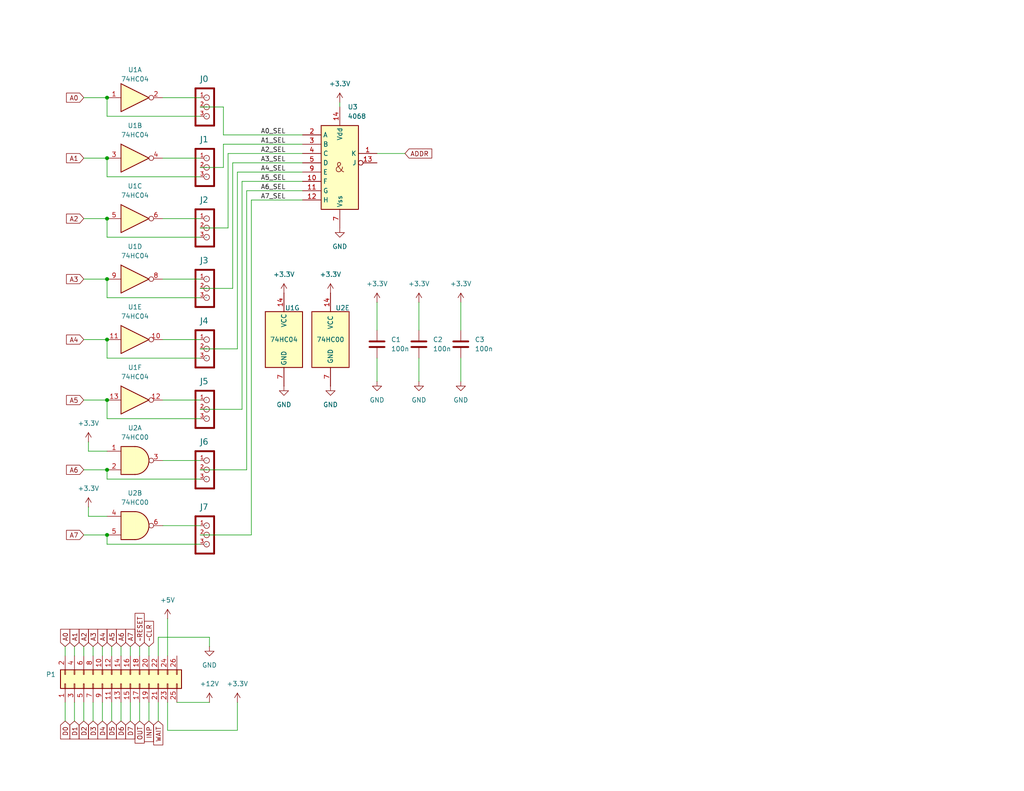
<source format=kicad_sch>
(kicad_sch (version 20250114) (generator "eeschema") (generator_version "9.0")
  (paper "A")
  (lib_symbols
    (symbol "4xxx_IEEE:4068"
      (property "Reference" "U" (at -5.08 11.176 0))
      (property "Value" "4068" (at 3.81 11.176 0))
      (symbol "4068_0_0"
        (rectangle (start -5.08 10.16) (end 5.08 -12.7) (stroke (width 0.254)) (fill (type background)))
        (text "&" (at 0 -1.27 0) (effects (font (size 2.54 2.54))))
      )
      (symbol "4068_0_1"
        (pin power_in line (at 0 15.24 270) (length 5.08) (name "Vdd") (number "14"))
        (pin power_in line (at 0 -17.78 90) (length 5.08) (name "Vss") (number "7"))
      )
      (symbol "4068_1_1"
        (pin input line (at -10.16 7.62 0) (length 5.08) (name "A") (number "2"))
        (pin input line (at -10.16 5.08 0) (length 5.08) (name "B") (number "3"))
        (pin input line (at -10.16 2.54 0) (length 5.08) (name "C") (number "4"))
        (pin input line (at -10.16 0 0) (length 5.08) (name "D") (number "5"))
        (pin input line (at -10.16 -2.54 0) (length 5.08) (name "E") (number "9"))
        (pin input line (at -10.16 -5.08 0) (length 5.08) (name "F") (number "10"))
        (pin input line (at -10.16 -7.62 0) (length 5.08) (name "G") (number "11"))
        (pin input line (at -10.16 -10.16 0) (length 5.08) (name "H") (number "12"))
        (pin no_connect line (at 5.08 -5.08 180) (length 5.08) (hide yes) (name "NC") (number "8"))
        (pin no_connect line (at 5.08 -7.62 180) (length 5.08) (hide yes) (name "NC") (number "6"))
        (pin output line (at 10.16 2.54 180) (length 5.08) (name "K") (number "1"))
        (pin output inverted (at 10.16 0 180) (length 5.08) (name "J") (number "13"))
      )
    )
    (symbol "74xx:74HC00" (pin_names (offset 1.016))
      (property "Reference" "U" (at 0 1.27 0))
      (property "Value" "74HC00" (at 0 -1.27 0))
      (symbol "74HC00_1_1"
        (arc (start 0 3.81) (mid 3.7934 0) (end 0 -3.81) (stroke (width 0.254)) (fill (type background)))
        (polyline (pts (xy 0 3.81) (xy -3.81 3.81) (xy -3.81 -3.81) (xy 0 -3.81)) (stroke (width 0.254)) (fill (type background)))
        (pin input line (at -7.62 2.54 0) (length 3.81) (name "~") (number "1"))
        (pin input line (at -7.62 -2.54 0) (length 3.81) (name "~") (number "2"))
        (pin output inverted (at 7.62 0 180) (length 3.81) (name "~") (number "3"))
      )
      (symbol "74HC00_1_2"
        (arc (start -3.81 3.81) (mid -2.589 0) (end -3.81 -3.81) (stroke (width 0.254)))
        (polyline (pts (xy -3.81 3.81) (xy -0.635 3.81)) (stroke (width 0.254)) (fill (type background)))
        (polyline (pts (xy -3.81 -3.81) (xy -0.635 -3.81)) (stroke (width 0.254)) (fill (type background)))
        (arc (start 3.81 0) (mid 2.1855 -2.584) (end -0.6096 -3.81) (stroke (width 0.254)) (fill (type background)))
        (arc (start -0.6096 3.81) (mid 2.1928 2.5924) (end 3.81 0) (stroke (width 0.254)) (fill (type background)))
        (polyline (pts (xy -0.635 3.81) (xy -3.81 3.81) (xy -3.81 3.81) (xy -3.556 3.4036) (xy -3.0226 2.2606) (xy -2.6924 1.0414) (xy -2.6162 -0.254) (xy -2.7686 -1.4986) (xy -3.175 -2.7178) (xy -3.81 -3.81) (xy -3.81 -3.81) (xy -0.635 -3.81)) (stroke (width -25.4)) (fill (type background)))
        (pin input inverted (at -7.62 2.54 0) (length 4.318) (name "~") (number "1"))
        (pin input inverted (at -7.62 -2.54 0) (length 4.318) (name "~") (number "2"))
        (pin output line (at 7.62 0 180) (length 3.81) (name "~") (number "3"))
      )
      (symbol "74HC00_2_1"
        (arc (start 0 3.81) (mid 3.7934 0) (end 0 -3.81) (stroke (width 0.254)) (fill (type background)))
        (polyline (pts (xy 0 3.81) (xy -3.81 3.81) (xy -3.81 -3.81) (xy 0 -3.81)) (stroke (width 0.254)) (fill (type background)))
        (pin input line (at -7.62 2.54 0) (length 3.81) (name "~") (number "4"))
        (pin input line (at -7.62 -2.54 0) (length 3.81) (name "~") (number "5"))
        (pin output inverted (at 7.62 0 180) (length 3.81) (name "~") (number "6"))
      )
      (symbol "74HC00_2_2"
        (arc (start -3.81 3.81) (mid -2.589 0) (end -3.81 -3.81) (stroke (width 0.254)))
        (polyline (pts (xy -3.81 3.81) (xy -0.635 3.81)) (stroke (width 0.254)) (fill (type background)))
        (polyline (pts (xy -3.81 -3.81) (xy -0.635 -3.81)) (stroke (width 0.254)) (fill (type background)))
        (arc (start 3.81 0) (mid 2.1855 -2.584) (end -0.6096 -3.81) (stroke (width 0.254)) (fill (type background)))
        (arc (start -0.6096 3.81) (mid 2.1928 2.5924) (end 3.81 0) (stroke (width 0.254)) (fill (type background)))
        (polyline (pts (xy -0.635 3.81) (xy -3.81 3.81) (xy -3.81 3.81) (xy -3.556 3.4036) (xy -3.0226 2.2606) (xy -2.6924 1.0414) (xy -2.6162 -0.254) (xy -2.7686 -1.4986) (xy -3.175 -2.7178) (xy -3.81 -3.81) (xy -3.81 -3.81) (xy -0.635 -3.81)) (stroke (width -25.4)) (fill (type background)))
        (pin input inverted (at -7.62 2.54 0) (length 4.318) (name "~") (number "4"))
        (pin input inverted (at -7.62 -2.54 0) (length 4.318) (name "~") (number "5"))
        (pin output line (at 7.62 0 180) (length 3.81) (name "~") (number "6"))
      )
      (symbol "74HC00_3_1"
        (arc (start 0 3.81) (mid 3.7934 0) (end 0 -3.81) (stroke (width 0.254)) (fill (type background)))
        (polyline (pts (xy 0 3.81) (xy -3.81 3.81) (xy -3.81 -3.81) (xy 0 -3.81)) (stroke (width 0.254)) (fill (type background)))
        (pin input line (at -7.62 2.54 0) (length 3.81) (name "~") (number "9"))
        (pin input line (at -7.62 -2.54 0) (length 3.81) (name "~") (number "10"))
        (pin output inverted (at 7.62 0 180) (length 3.81) (name "~") (number "8"))
      )
      (symbol "74HC00_3_2"
        (arc (start -3.81 3.81) (mid -2.589 0) (end -3.81 -3.81) (stroke (width 0.254)))
        (polyline (pts (xy -3.81 3.81) (xy -0.635 3.81)) (stroke (width 0.254)) (fill (type background)))
        (polyline (pts (xy -3.81 -3.81) (xy -0.635 -3.81)) (stroke (width 0.254)) (fill (type background)))
        (arc (start 3.81 0) (mid 2.1855 -2.584) (end -0.6096 -3.81) (stroke (width 0.254)) (fill (type background)))
        (arc (start -0.6096 3.81) (mid 2.1928 2.5924) (end 3.81 0) (stroke (width 0.254)) (fill (type background)))
        (polyline (pts (xy -0.635 3.81) (xy -3.81 3.81) (xy -3.81 3.81) (xy -3.556 3.4036) (xy -3.0226 2.2606) (xy -2.6924 1.0414) (xy -2.6162 -0.254) (xy -2.7686 -1.4986) (xy -3.175 -2.7178) (xy -3.81 -3.81) (xy -3.81 -3.81) (xy -0.635 -3.81)) (stroke (width -25.4)) (fill (type background)))
        (pin input inverted (at -7.62 2.54 0) (length 4.318) (name "~") (number "9"))
        (pin input inverted (at -7.62 -2.54 0) (length 4.318) (name "~") (number "10"))
        (pin output line (at 7.62 0 180) (length 3.81) (name "~") (number "8"))
      )
      (symbol "74HC00_4_1"
        (arc (start 0 3.81) (mid 3.7934 0) (end 0 -3.81) (stroke (width 0.254)) (fill (type background)))
        (polyline (pts (xy 0 3.81) (xy -3.81 3.81) (xy -3.81 -3.81) (xy 0 -3.81)) (stroke (width 0.254)) (fill (type background)))
        (pin input line (at -7.62 2.54 0) (length 3.81) (name "~") (number "12"))
        (pin input line (at -7.62 -2.54 0) (length 3.81) (name "~") (number "13"))
        (pin output inverted (at 7.62 0 180) (length 3.81) (name "~") (number "11"))
      )
      (symbol "74HC00_4_2"
        (arc (start -3.81 3.81) (mid -2.589 0) (end -3.81 -3.81) (stroke (width 0.254)))
        (polyline (pts (xy -3.81 3.81) (xy -0.635 3.81)) (stroke (width 0.254)) (fill (type background)))
        (polyline (pts (xy -3.81 -3.81) (xy -0.635 -3.81)) (stroke (width 0.254)) (fill (type background)))
        (arc (start 3.81 0) (mid 2.1855 -2.584) (end -0.6096 -3.81) (stroke (width 0.254)) (fill (type background)))
        (arc (start -0.6096 3.81) (mid 2.1928 2.5924) (end 3.81 0) (stroke (width 0.254)) (fill (type background)))
        (polyline (pts (xy -0.635 3.81) (xy -3.81 3.81) (xy -3.81 3.81) (xy -3.556 3.4036) (xy -3.0226 2.2606) (xy -2.6924 1.0414) (xy -2.6162 -0.254) (xy -2.7686 -1.4986) (xy -3.175 -2.7178) (xy -3.81 -3.81) (xy -3.81 -3.81) (xy -0.635 -3.81)) (stroke (width -25.4)) (fill (type background)))
        (pin input inverted (at -7.62 2.54 0) (length 4.318) (name "~") (number "12"))
        (pin input inverted (at -7.62 -2.54 0) (length 4.318) (name "~") (number "13"))
        (pin output line (at 7.62 0 180) (length 3.81) (name "~") (number "11"))
      )
      (symbol "74HC00_5_0"
        (pin power_in line (at 0 12.7 270) (length 5.08) (name "VCC") (number "14"))
        (pin power_in line (at 0 -12.7 90) (length 5.08) (name "GND") (number "7"))
      )
      (symbol "74HC00_5_1"
        (rectangle (start -5.08 7.62) (end 5.08 -7.62) (stroke (width 0.254)) (fill (type background)))
      )
    )
    (symbol "74xx:74HC04"
      (property "Reference" "U" (at 0 1.27 0))
      (property "Value" "74HC04" (at 0 -1.27 0))
      (symbol "74HC04_1_0"
        (polyline (pts (xy -3.81 3.81) (xy -3.81 -3.81) (xy 3.81 0) (xy -3.81 3.81)) (stroke (width 0.254)) (fill (type background)))
        (pin input line (at -7.62 0 0) (length 3.81) (name "~") (number "1"))
        (pin output inverted (at 7.62 0 180) (length 3.81) (name "~") (number "2"))
      )
      (symbol "74HC04_2_0"
        (polyline (pts (xy -3.81 3.81) (xy -3.81 -3.81) (xy 3.81 0) (xy -3.81 3.81)) (stroke (width 0.254)) (fill (type background)))
        (pin input line (at -7.62 0 0) (length 3.81) (name "~") (number "3"))
        (pin output inverted (at 7.62 0 180) (length 3.81) (name "~") (number "4"))
      )
      (symbol "74HC04_3_0"
        (polyline (pts (xy -3.81 3.81) (xy -3.81 -3.81) (xy 3.81 0) (xy -3.81 3.81)) (stroke (width 0.254)) (fill (type background)))
        (pin input line (at -7.62 0 0) (length 3.81) (name "~") (number "5"))
        (pin output inverted (at 7.62 0 180) (length 3.81) (name "~") (number "6"))
      )
      (symbol "74HC04_4_0"
        (polyline (pts (xy -3.81 3.81) (xy -3.81 -3.81) (xy 3.81 0) (xy -3.81 3.81)) (stroke (width 0.254)) (fill (type background)))
        (pin input line (at -7.62 0 0) (length 3.81) (name "~") (number "9"))
        (pin output inverted (at 7.62 0 180) (length 3.81) (name "~") (number "8"))
      )
      (symbol "74HC04_5_0"
        (polyline (pts (xy -3.81 3.81) (xy -3.81 -3.81) (xy 3.81 0) (xy -3.81 3.81)) (stroke (width 0.254)) (fill (type background)))
        (pin input line (at -7.62 0 0) (length 3.81) (name "~") (number "11"))
        (pin output inverted (at 7.62 0 180) (length 3.81) (name "~") (number "10"))
      )
      (symbol "74HC04_6_0"
        (polyline (pts (xy -3.81 3.81) (xy -3.81 -3.81) (xy 3.81 0) (xy -3.81 3.81)) (stroke (width 0.254)) (fill (type background)))
        (pin input line (at -7.62 0 0) (length 3.81) (name "~") (number "13"))
        (pin output inverted (at 7.62 0 180) (length 3.81) (name "~") (number "12"))
      )
      (symbol "74HC04_7_0"
        (pin power_in line (at 0 12.7 270) (length 5.08) (name "VCC") (number "14"))
        (pin power_in line (at 0 -12.7 90) (length 5.08) (name "GND") (number "7"))
      )
      (symbol "74HC04_7_1"
        (rectangle (start -5.08 7.62) (end 5.08 -7.62) (stroke (width 0.254)) (fill (type background)))
      )
    )
    (symbol "CON_HEADER_1X03-PTH"
      (property "Reference" "J6" (at -1.27 8.4709 0))
      (symbol "CON_HEADER_1X03-PTH_0_0"
        (polyline (pts (xy -2.54 5.08) (xy 2.54 5.08)) (stroke (width 0.508)))
        (polyline (pts (xy -2.54 -5.08) (xy -2.54 5.08)) (stroke (width 0.508)))
        (circle (center 0.508 2.54) (radius 0.762))
        (circle (center 0.508 0) (radius 0.762))
        (circle (center 0.508 -2.54) (radius 0.762))
        (polyline (pts (xy 2.54 5.08) (xy 2.54 -5.08)) (stroke (width 0.508)))
        (polyline (pts (xy 2.54 -5.08) (xy -2.54 -5.08)) (stroke (width 0.508)))
        (pin unspecified line (at -1.27 2.54 0) (length 1.016) (name "1") (number "1"))
        (pin unspecified line (at -1.27 0 0) (length 1.016) (name "2") (number "2"))
        (pin unspecified line (at -1.27 -2.54 0) (length 1.016) (name "3") (number "3"))
      )
    )
    (symbol "CON_HEADER_1X03-PTH_1"
      (property "Reference" "J5" (at -1.27 8.4709 0))
      (symbol "CON_HEADER_1X03-PTH_1_0_0"
        (polyline (pts (xy -2.54 5.08) (xy 2.54 5.08)) (stroke (width 0.508)))
        (polyline (pts (xy -2.54 -5.08) (xy -2.54 5.08)) (stroke (width 0.508)))
        (circle (center 0.508 2.54) (radius 0.762))
        (circle (center 0.508 0) (radius 0.762))
        (circle (center 0.508 -2.54) (radius 0.762))
        (polyline (pts (xy 2.54 5.08) (xy 2.54 -5.08)) (stroke (width 0.508)))
        (polyline (pts (xy 2.54 -5.08) (xy -2.54 -5.08)) (stroke (width 0.508)))
        (pin unspecified line (at -1.27 2.54 0) (length 1.016) (name "1") (number "1"))
        (pin unspecified line (at -1.27 0 0) (length 1.016) (name "2") (number "2"))
        (pin unspecified line (at -1.27 -2.54 0) (length 1.016) (name "3") (number "3"))
      )
    )
    (symbol "CON_HEADER_1X03-PTH_2"
      (property "Reference" "J4" (at -1.27 8.4709 0))
      (symbol "CON_HEADER_1X03-PTH_2_0_0"
        (polyline (pts (xy -2.54 5.08) (xy 2.54 5.08)) (stroke (width 0.508)))
        (polyline (pts (xy -2.54 -5.08) (xy -2.54 5.08)) (stroke (width 0.508)))
        (circle (center 0.508 2.54) (radius 0.762))
        (circle (center 0.508 0) (radius 0.762))
        (circle (center 0.508 -2.54) (radius 0.762))
        (polyline (pts (xy 2.54 5.08) (xy 2.54 -5.08)) (stroke (width 0.508)))
        (polyline (pts (xy 2.54 -5.08) (xy -2.54 -5.08)) (stroke (width 0.508)))
        (pin unspecified line (at -1.27 2.54 0) (length 1.016) (name "1") (number "1"))
        (pin unspecified line (at -1.27 0 0) (length 1.016) (name "2") (number "2"))
        (pin unspecified line (at -1.27 -2.54 0) (length 1.016) (name "3") (number "3"))
      )
    )
    (symbol "CON_HEADER_1X03-PTH_3"
      (property "Reference" "J3" (at -1.27 8.4709 0))
      (symbol "CON_HEADER_1X03-PTH_3_0_0"
        (polyline (pts (xy -2.54 5.08) (xy 2.54 5.08)) (stroke (width 0.508)))
        (polyline (pts (xy -2.54 -5.08) (xy -2.54 5.08)) (stroke (width 0.508)))
        (circle (center 0.508 2.54) (radius 0.762))
        (circle (center 0.508 0) (radius 0.762))
        (circle (center 0.508 -2.54) (radius 0.762))
        (polyline (pts (xy 2.54 5.08) (xy 2.54 -5.08)) (stroke (width 0.508)))
        (polyline (pts (xy 2.54 -5.08) (xy -2.54 -5.08)) (stroke (width 0.508)))
        (pin unspecified line (at -1.27 2.54 0) (length 1.016) (name "1") (number "1"))
        (pin unspecified line (at -1.27 0 0) (length 1.016) (name "2") (number "2"))
        (pin unspecified line (at -1.27 -2.54 0) (length 1.016) (name "3") (number "3"))
      )
    )
    (symbol "CON_HEADER_1X03-PTH_4"
      (property "Reference" "J2" (at -1.27 8.4709 0))
      (symbol "CON_HEADER_1X03-PTH_4_0_0"
        (polyline (pts (xy -2.54 5.08) (xy 2.54 5.08)) (stroke (width 0.508)))
        (polyline (pts (xy -2.54 -5.08) (xy -2.54 5.08)) (stroke (width 0.508)))
        (circle (center 0.508 2.54) (radius 0.762))
        (circle (center 0.508 0) (radius 0.762))
        (circle (center 0.508 -2.54) (radius 0.762))
        (polyline (pts (xy 2.54 5.08) (xy 2.54 -5.08)) (stroke (width 0.508)))
        (polyline (pts (xy 2.54 -5.08) (xy -2.54 -5.08)) (stroke (width 0.508)))
        (pin unspecified line (at -1.27 2.54 0) (length 1.016) (name "1") (number "1"))
        (pin unspecified line (at -1.27 0 0) (length 1.016) (name "2") (number "2"))
        (pin unspecified line (at -1.27 -2.54 0) (length 1.016) (name "3") (number "3"))
      )
    )
    (symbol "CON_HEADER_1X03-PTH_5"
      (property "Reference" "J1" (at -1.27 8.4709 0))
      (symbol "CON_HEADER_1X03-PTH_5_0_0"
        (polyline (pts (xy -2.54 5.08) (xy 2.54 5.08)) (stroke (width 0.508)))
        (polyline (pts (xy -2.54 -5.08) (xy -2.54 5.08)) (stroke (width 0.508)))
        (circle (center 0.508 2.54) (radius 0.762))
        (circle (center 0.508 0) (radius 0.762))
        (circle (center 0.508 -2.54) (radius 0.762))
        (polyline (pts (xy 2.54 5.08) (xy 2.54 -5.08)) (stroke (width 0.508)))
        (polyline (pts (xy 2.54 -5.08) (xy -2.54 -5.08)) (stroke (width 0.508)))
        (pin unspecified line (at -1.27 2.54 0) (length 1.016) (name "1") (number "1"))
        (pin unspecified line (at -1.27 0 0) (length 1.016) (name "2") (number "2"))
        (pin unspecified line (at -1.27 -2.54 0) (length 1.016) (name "3") (number "3"))
      )
    )
    (symbol "CON_HEADER_1X03-PTH_6"
      (property "Reference" "J0" (at -1.27 8.4709 0))
      (symbol "CON_HEADER_1X03-PTH_6_0_0"
        (polyline (pts (xy -2.54 5.08) (xy 2.54 5.08)) (stroke (width 0.508)))
        (polyline (pts (xy -2.54 -5.08) (xy -2.54 5.08)) (stroke (width 0.508)))
        (circle (center 0.508 2.54) (radius 0.762))
        (circle (center 0.508 0) (radius 0.762))
        (circle (center 0.508 -2.54) (radius 0.762))
        (polyline (pts (xy 2.54 5.08) (xy 2.54 -5.08)) (stroke (width 0.508)))
        (polyline (pts (xy 2.54 -5.08) (xy -2.54 -5.08)) (stroke (width 0.508)))
        (pin unspecified line (at -1.27 2.54 0) (length 1.016) (name "1") (number "1"))
        (pin unspecified line (at -1.27 0 0) (length 1.016) (name "2") (number "2"))
        (pin unspecified line (at -1.27 -2.54 0) (length 1.016) (name "3") (number "3"))
      )
    )
    (symbol "CON_HEADER_1X03-PTH_7"
      (property "Reference" "J7" (at -1.27 8.4709 0))
      (symbol "CON_HEADER_1X03-PTH_7_0_0"
        (polyline (pts (xy -2.54 5.08) (xy 2.54 5.08)) (stroke (width 0.508)))
        (polyline (pts (xy -2.54 -5.08) (xy -2.54 5.08)) (stroke (width 0.508)))
        (circle (center 0.508 2.54) (radius 0.762))
        (circle (center 0.508 0) (radius 0.762))
        (circle (center 0.508 -2.54) (radius 0.762))
        (polyline (pts (xy 2.54 5.08) (xy 2.54 -5.08)) (stroke (width 0.508)))
        (polyline (pts (xy 2.54 -5.08) (xy -2.54 -5.08)) (stroke (width 0.508)))
        (pin unspecified line (at -1.27 2.54 0) (length 1.016) (name "1") (number "1"))
        (pin unspecified line (at -1.27 0 0) (length 1.016) (name "2") (number "2"))
        (pin unspecified line (at -1.27 -2.54 0) (length 1.016) (name "3") (number "3"))
      )
    )
    (symbol "Connector_Generic:Conn_02x13_Odd_Even" (pin_names (offset 1.016) (hide yes))
      (property "Reference" "J" (at 1.27 17.78 0))
      (property "Value" "Conn_02x13_Odd_Even" (at 1.27 -17.78 0))
      (symbol "Conn_02x13_Odd_Even_1_1"
        (rectangle (start -1.27 16.51) (end 3.81 -16.51) (stroke (width 0.254)) (fill (type background)))
        (rectangle (start -1.27 15.367) (end 0 15.113) (stroke (width 0.1524)))
        (rectangle (start -1.27 12.827) (end 0 12.573) (stroke (width 0.1524)))
        (rectangle (start -1.27 10.287) (end 0 10.033) (stroke (width 0.1524)))
        (rectangle (start -1.27 7.747) (end 0 7.493) (stroke (width 0.1524)))
        (rectangle (start -1.27 5.207) (end 0 4.953) (stroke (width 0.1524)))
        (rectangle (start -1.27 2.667) (end 0 2.413) (stroke (width 0.1524)))
        (rectangle (start -1.27 0.127) (end 0 -0.127) (stroke (width 0.1524)))
        (rectangle (start -1.27 -2.413) (end 0 -2.667) (stroke (width 0.1524)))
        (rectangle (start -1.27 -4.953) (end 0 -5.207) (stroke (width 0.1524)))
        (rectangle (start -1.27 -7.493) (end 0 -7.747) (stroke (width 0.1524)))
        (rectangle (start -1.27 -10.033) (end 0 -10.287) (stroke (width 0.1524)))
        (rectangle (start -1.27 -12.573) (end 0 -12.827) (stroke (width 0.1524)))
        (rectangle (start -1.27 -15.113) (end 0 -15.367) (stroke (width 0.1524)))
        (rectangle (start 3.81 15.367) (end 2.54 15.113) (stroke (width 0.1524)))
        (rectangle (start 3.81 12.827) (end 2.54 12.573) (stroke (width 0.1524)))
        (rectangle (start 3.81 10.287) (end 2.54 10.033) (stroke (width 0.1524)))
        (rectangle (start 3.81 7.747) (end 2.54 7.493) (stroke (width 0.1524)))
        (rectangle (start 3.81 5.207) (end 2.54 4.953) (stroke (width 0.1524)))
        (rectangle (start 3.81 2.667) (end 2.54 2.413) (stroke (width 0.1524)))
        (rectangle (start 3.81 0.127) (end 2.54 -0.127) (stroke (width 0.1524)))
        (rectangle (start 3.81 -2.413) (end 2.54 -2.667) (stroke (width 0.1524)))
        (rectangle (start 3.81 -4.953) (end 2.54 -5.207) (stroke (width 0.1524)))
        (rectangle (start 3.81 -7.493) (end 2.54 -7.747) (stroke (width 0.1524)))
        (rectangle (start 3.81 -10.033) (end 2.54 -10.287) (stroke (width 0.1524)))
        (rectangle (start 3.81 -12.573) (end 2.54 -12.827) (stroke (width 0.1524)))
        (rectangle (start 3.81 -15.113) (end 2.54 -15.367) (stroke (width 0.1524)))
        (pin passive line (at -5.08 15.24 0) (length 3.81) (name "Pin_1") (number "1"))
        (pin passive line (at -5.08 12.7 0) (length 3.81) (name "Pin_3") (number "3"))
        (pin passive line (at -5.08 10.16 0) (length 3.81) (name "Pin_5") (number "5"))
        (pin passive line (at -5.08 7.62 0) (length 3.81) (name "Pin_7") (number "7"))
        (pin passive line (at -5.08 5.08 0) (length 3.81) (name "Pin_9") (number "9"))
        (pin passive line (at -5.08 2.54 0) (length 3.81) (name "Pin_11") (number "11"))
        (pin passive line (at -5.08 0 0) (length 3.81) (name "Pin_13") (number "13"))
        (pin passive line (at -5.08 -2.54 0) (length 3.81) (name "Pin_15") (number "15"))
        (pin passive line (at -5.08 -5.08 0) (length 3.81) (name "Pin_17") (number "17"))
        (pin passive line (at -5.08 -7.62 0) (length 3.81) (name "Pin_19") (number "19"))
        (pin passive line (at -5.08 -10.16 0) (length 3.81) (name "Pin_21") (number "21"))
        (pin passive line (at -5.08 -12.7 0) (length 3.81) (name "Pin_23") (number "23"))
        (pin passive line (at -5.08 -15.24 0) (length 3.81) (name "Pin_25") (number "25"))
        (pin passive line (at 7.62 15.24 180) (length 3.81) (name "Pin_2") (number "2"))
        (pin passive line (at 7.62 12.7 180) (length 3.81) (name "Pin_4") (number "4"))
        (pin passive line (at 7.62 10.16 180) (length 3.81) (name "Pin_6") (number "6"))
        (pin passive line (at 7.62 7.62 180) (length 3.81) (name "Pin_8") (number "8"))
        (pin passive line (at 7.62 5.08 180) (length 3.81) (name "Pin_10") (number "10"))
        (pin passive line (at 7.62 2.54 180) (length 3.81) (name "Pin_12") (number "12"))
        (pin passive line (at 7.62 0 180) (length 3.81) (name "Pin_14") (number "14"))
        (pin passive line (at 7.62 -2.54 180) (length 3.81) (name "Pin_16") (number "16"))
        (pin passive line (at 7.62 -5.08 180) (length 3.81) (name "Pin_18") (number "18"))
        (pin passive line (at 7.62 -7.62 180) (length 3.81) (name "Pin_20") (number "20"))
        (pin passive line (at 7.62 -10.16 180) (length 3.81) (name "Pin_22") (number "22"))
        (pin passive line (at 7.62 -12.7 180) (length 3.81) (name "Pin_24") (number "24"))
        (pin passive line (at 7.62 -15.24 180) (length 3.81) (name "Pin_26") (number "26"))
      )
    )
    (symbol "Device:C" (pin_numbers (hide yes)) (pin_names (offset 0.254))
      (property "Reference" "C" (at 0.635 2.54 0))
      (property "Value" "C" (at 0.635 -2.54 0))
      (symbol "C_0_1"
        (polyline (pts (xy -2.032 0.762) (xy 2.032 0.762)) (stroke (width 0.508)))
        (polyline (pts (xy -2.032 -0.762) (xy 2.032 -0.762)) (stroke (width 0.508)))
      )
      (symbol "C_1_1"
        (pin passive line (at 0 3.81 270) (length 2.794) (name "~") (number "1"))
        (pin passive line (at 0 -3.81 90) (length 2.794) (name "~") (number "2"))
      )
    )
    (symbol "power:+12V" (power) (pin_numbers (hide yes)) (pin_names (offset 0) (hide yes))
      (property "Value" "+12V" (at 0 3.556 0))
      (symbol "+12V_0_1"
        (polyline (pts (xy -0.762 1.27) (xy 0 2.54)))
        (polyline (pts (xy 0 2.54) (xy 0.762 1.27)))
        (polyline (pts (xy 0 0) (xy 0 2.54)))
      )
      (symbol "+12V_1_1"
        (pin power_in line (at 0 0 90) (length 0) (name "~") (number "1"))
      )
    )
    (symbol "power:+3.3V" (power) (pin_numbers (hide yes)) (pin_names (offset 0) (hide yes))
      (property "Value" "+3.3V" (at 0 3.556 0))
      (symbol "+3.3V_0_1"
        (polyline (pts (xy -0.762 1.27) (xy 0 2.54)))
        (polyline (pts (xy 0 2.54) (xy 0.762 1.27)))
        (polyline (pts (xy 0 0) (xy 0 2.54)))
      )
      (symbol "+3.3V_1_1"
        (pin power_in line (at 0 0 90) (length 0) (name "~") (number "1"))
      )
    )
    (symbol "power:+5V" (power) (pin_numbers (hide yes)) (pin_names (offset 0) (hide yes))
      (property "Value" "+5V" (at 0 3.556 0))
      (symbol "+5V_0_1"
        (polyline (pts (xy -0.762 1.27) (xy 0 2.54)))
        (polyline (pts (xy 0 2.54) (xy 0.762 1.27)))
        (polyline (pts (xy 0 0) (xy 0 2.54)))
      )
      (symbol "+5V_1_1"
        (pin power_in line (at 0 0 90) (length 0) (name "~") (number "1"))
      )
    )
    (symbol "power:GND" (power) (pin_numbers (hide yes)) (pin_names (offset 0) (hide yes))
      (property "Value" "GND" (at 0 -3.81 0))
      (symbol "GND_0_1"
        (polyline (pts (xy 0 0) (xy 0 -1.27) (xy 1.27 -1.27) (xy 0 -2.54) (xy -1.27 -1.27) (xy 0 -1.27)))
      )
      (symbol "GND_1_1"
        (pin power_in line (at 0 0 270) (length 0) (name "~") (number "1"))
      )
    )
  )
  (junction (at 29.21 146.05))
  (junction (at 29.21 92.71))
  (junction (at 29.21 43.18))
  (junction (at 29.21 26.67))
  (junction (at 29.21 128.27))
  (junction (at 29.21 109.22))
  (junction (at 29.21 76.2))
  (junction (at 29.21 59.69))
  (wire (pts (xy 22.86 92.71) (xy 29.21 92.71)))
  (wire (pts (xy 68.58 54.61) (xy 68.58 146.05)))
  (wire (pts (xy 29.21 148.59) (xy 54.61 148.59)))
  (wire (pts (xy 60.96 39.37) (xy 60.96 45.72)))
  (wire (pts (xy 22.86 43.18) (xy 29.21 43.18)))
  (wire (pts (xy 22.86 109.22) (xy 29.21 109.22)))
  (wire (pts (xy 22.86 128.27) (xy 29.21 128.27)))
  (wire (pts (xy 38.1 179.07) (xy 38.1 176.53)))
  (wire (pts (xy 29.21 59.69) (xy 29.21 64.77)))
  (wire (pts (xy 114.3 82.55) (xy 114.3 90.17)))
  (wire (pts (xy 44.45 143.51) (xy 54.61 143.51)))
  (wire (pts (xy 29.21 140.97) (xy 24.13 140.97)))
  (wire (pts (xy 82.55 46.99) (xy 64.77 46.99)))
  (wire (pts (xy 25.4 191.77) (xy 25.4 196.85)))
  (wire (pts (xy 68.58 146.05) (xy 54.61 146.05)))
  (wire (pts (xy 60.96 45.72) (xy 54.61 45.72)))
  (wire (pts (xy 29.21 146.05) (xy 29.21 148.59)))
  (wire (pts (xy 43.18 179.07) (xy 43.18 173.99)))
  (wire (pts (xy 29.21 92.71) (xy 29.21 97.79)))
  (wire (pts (xy 22.86 76.2) (xy 29.21 76.2)))
  (wire (pts (xy 63.5 78.74) (xy 54.61 78.74)))
  (wire (pts (xy 22.86 191.77) (xy 22.86 196.85)))
  (wire (pts (xy 29.21 26.67) (xy 29.21 31.75)))
  (wire (pts (xy 29.21 81.28) (xy 54.61 81.28)))
  (wire (pts (xy 48.26 191.77) (xy 57.15 191.77)))
  (wire (pts (xy 30.48 176.53) (xy 30.48 179.07)))
  (wire (pts (xy 44.45 26.67) (xy 54.61 26.67)))
  (wire (pts (xy 29.21 64.77) (xy 54.61 64.77)))
  (wire (pts (xy 38.1 191.77) (xy 38.1 196.85)))
  (wire (pts (xy 24.13 123.19) (xy 24.13 120.65)))
  (wire (pts (xy 22.86 146.05) (xy 29.21 146.05)))
  (wire (pts (xy 44.45 109.22) (xy 54.61 109.22)))
  (wire (pts (xy 62.23 62.23) (xy 54.61 62.23)))
  (wire (pts (xy 66.04 49.53) (xy 66.04 111.76)))
  (wire (pts (xy 40.64 191.77) (xy 40.64 196.85)))
  (wire (pts (xy 29.21 114.3) (xy 54.61 114.3)))
  (wire (pts (xy 44.45 76.2) (xy 54.61 76.2)))
  (wire (pts (xy 82.55 39.37) (xy 60.96 39.37)))
  (wire (pts (xy 29.21 48.26) (xy 54.61 48.26)))
  (wire (pts (xy 64.77 95.25) (xy 54.61 95.25)))
  (wire (pts (xy 40.64 179.07) (xy 40.64 176.53)))
  (wire (pts (xy 24.13 140.97) (xy 24.13 138.43)))
  (wire (pts (xy 43.18 173.99) (xy 57.15 173.99)))
  (wire (pts (xy 35.56 191.77) (xy 35.56 196.85)))
  (wire (pts (xy 25.4 176.53) (xy 25.4 179.07)))
  (wire (pts (xy 17.78 191.77) (xy 17.78 196.85)))
  (wire (pts (xy 29.21 43.18) (xy 29.21 48.26)))
  (wire (pts (xy 102.87 82.55) (xy 102.87 90.17)))
  (wire (pts (xy 27.94 176.53) (xy 27.94 179.07)))
  (wire (pts (xy 102.87 41.91) (xy 110.49 41.91)))
  (wire (pts (xy 82.55 36.83) (xy 60.96 36.83)))
  (wire (pts (xy 17.78 176.53) (xy 17.78 179.07)))
  (wire (pts (xy 82.55 41.91) (xy 62.23 41.91)))
  (wire (pts (xy 45.72 199.39) (xy 64.77 199.39)))
  (wire (pts (xy 35.56 176.53) (xy 35.56 179.07)))
  (wire (pts (xy 54.61 29.21) (xy 60.96 29.21)))
  (wire (pts (xy 82.55 52.07) (xy 67.31 52.07)))
  (wire (pts (xy 20.32 191.77) (xy 20.32 196.85)))
  (wire (pts (xy 20.32 176.53) (xy 20.32 179.07)))
  (wire (pts (xy 29.21 97.79) (xy 54.61 97.79)))
  (wire (pts (xy 66.04 111.76) (xy 54.61 111.76)))
  (wire (pts (xy 29.21 109.22) (xy 29.21 114.3)))
  (wire (pts (xy 82.55 44.45) (xy 63.5 44.45)))
  (wire (pts (xy 29.21 31.75) (xy 54.61 31.75)))
  (wire (pts (xy 27.94 191.77) (xy 27.94 196.85)))
  (wire (pts (xy 62.23 41.91) (xy 62.23 62.23)))
  (wire (pts (xy 44.45 43.18) (xy 54.61 43.18)))
  (wire (pts (xy 33.02 191.77) (xy 33.02 196.85)))
  (wire (pts (xy 29.21 76.2) (xy 29.21 81.28)))
  (wire (pts (xy 45.72 191.77) (xy 45.72 199.39)))
  (wire (pts (xy 33.02 176.53) (xy 33.02 179.07)))
  (wire (pts (xy 44.45 59.69) (xy 54.61 59.69)))
  (wire (pts (xy 43.18 191.77) (xy 43.18 196.85)))
  (wire (pts (xy 125.73 82.55) (xy 125.73 90.17)))
  (wire (pts (xy 44.45 125.73) (xy 54.61 125.73)))
  (wire (pts (xy 57.15 173.99) (xy 57.15 176.53)))
  (wire (pts (xy 30.48 191.77) (xy 30.48 196.85)))
  (wire (pts (xy 92.71 29.21) (xy 92.71 27.94)))
  (wire (pts (xy 22.86 26.67) (xy 29.21 26.67)))
  (wire (pts (xy 125.73 97.79) (xy 125.73 104.14)))
  (wire (pts (xy 22.86 176.53) (xy 22.86 179.07)))
  (wire (pts (xy 82.55 49.53) (xy 66.04 49.53)))
  (wire (pts (xy 29.21 130.81) (xy 54.61 130.81)))
  (wire (pts (xy 45.72 168.91) (xy 45.72 179.07)))
  (wire (pts (xy 64.77 46.99) (xy 64.77 95.25)))
  (wire (pts (xy 67.31 52.07) (xy 67.31 128.27)))
  (wire (pts (xy 60.96 36.83) (xy 60.96 29.21)))
  (wire (pts (xy 29.21 128.27) (xy 29.21 130.81)))
  (wire (pts (xy 44.45 92.71) (xy 54.61 92.71)))
  (wire (pts (xy 63.5 44.45) (xy 63.5 78.74)))
  (wire (pts (xy 64.77 199.39) (xy 64.77 191.77)))
  (wire (pts (xy 22.86 59.69) (xy 29.21 59.69)))
  (wire (pts (xy 29.21 123.19) (xy 24.13 123.19)))
  (wire (pts (xy 67.31 128.27) (xy 54.61 128.27)))
  (wire (pts (xy 82.55 54.61) (xy 68.58 54.61)))
  (wire (pts (xy 114.3 97.79) (xy 114.3 104.14)))
  (wire (pts (xy 102.87 97.79) (xy 102.87 104.14)))
  (label "A6_SEL" (at 71.12 52.07 0))
  (label "A4_SEL" (at 71.12 46.99 0))
  (label "A1_SEL" (at 71.12 39.37 0))
  (label "A0_SEL" (at 71.12 36.83 0))
  (label "A3_SEL" (at 71.12 44.45 0))
  (label "A7_SEL" (at 71.12 54.61 0))
  (label "A2_SEL" (at 71.12 41.91 0))
  (label "A5_SEL" (at 71.12 49.53 0))
  (global_label "A0" (shape input) (at 17.78 176.53 90) (property "Intersheetrefs" "${INTERSHEET_REFS}" (effects (hide yes))))
  (global_label "A6" (shape input) (at 22.86 128.27 180) (property "Intersheetrefs" "${INTERSHEET_REFS}" (effects (hide yes))))
  (global_label "A7" (shape input) (at 22.86 146.05 180) (property "Intersheetrefs" "${INTERSHEET_REFS}" (effects (hide yes))))
  (global_label "A3" (shape input) (at 25.4 176.53 90) (property "Intersheetrefs" "${INTERSHEET_REFS}" (effects (hide yes))))
  (global_label "A5" (shape input) (at 22.86 109.22 180) (property "Intersheetrefs" "${INTERSHEET_REFS}" (effects (hide yes))))
  (global_label "D6" (shape input) (at 33.02 196.85 270) (property "Intersheetrefs" "${INTERSHEET_REFS}" (effects (hide yes))))
  (global_label "A5" (shape input) (at 30.48 176.53 90) (property "Intersheetrefs" "${INTERSHEET_REFS}" (effects (hide yes))))
  (global_label "D2" (shape input) (at 22.86 196.85 270) (property "Intersheetrefs" "${INTERSHEET_REFS}" (effects (hide yes))))
  (global_label "WAIT" (shape input) (at 43.18 196.85 270) (property "Intersheetrefs" "${INTERSHEET_REFS}" (effects (hide yes))))
  (global_label "A1" (shape input) (at 22.86 43.18 180) (property "Intersheetrefs" "${INTERSHEET_REFS}" (effects (hide yes))))
  (global_label "A2" (shape input) (at 22.86 59.69 180) (property "Intersheetrefs" "${INTERSHEET_REFS}" (effects (hide yes))))
  (global_label "D3" (shape input) (at 25.4 196.85 270) (property "Intersheetrefs" "${INTERSHEET_REFS}" (effects (hide yes))))
  (global_label "OUT" (shape input) (at 38.1 196.85 270) (property "Intersheetrefs" "${INTERSHEET_REFS}" (effects (hide yes))))
  (global_label "A6" (shape input) (at 33.02 176.53 90) (property "Intersheetrefs" "${INTERSHEET_REFS}" (effects (hide yes))))
  (global_label "~RESET" (shape input) (at 38.1 176.53 90) (property "Intersheetrefs" "${INTERSHEET_REFS}" (effects (hide yes))))
  (global_label "D1" (shape input) (at 20.32 196.85 270) (property "Intersheetrefs" "${INTERSHEET_REFS}" (effects (hide yes))))
  (global_label "ADDR" (shape input) (at 110.49 41.91 0) (property "Intersheetrefs" "${INTERSHEET_REFS}" (effects (hide yes))))
  (global_label "D5" (shape input) (at 30.48 196.85 270) (property "Intersheetrefs" "${INTERSHEET_REFS}" (effects (hide yes))))
  (global_label "D4" (shape input) (at 27.94 196.85 270) (property "Intersheetrefs" "${INTERSHEET_REFS}" (effects (hide yes))))
  (global_label "D7" (shape input) (at 35.56 196.85 270) (property "Intersheetrefs" "${INTERSHEET_REFS}" (effects (hide yes))))
  (global_label "D0" (shape input) (at 17.78 196.85 270) (property "Intersheetrefs" "${INTERSHEET_REFS}" (effects (hide yes))))
  (global_label "A2" (shape input) (at 22.86 176.53 90) (property "Intersheetrefs" "${INTERSHEET_REFS}" (effects (hide yes))))
  (global_label "A1" (shape input) (at 20.32 176.53 90) (property "Intersheetrefs" "${INTERSHEET_REFS}" (effects (hide yes))))
  (global_label "A0" (shape input) (at 22.86 26.67 180) (property "Intersheetrefs" "${INTERSHEET_REFS}" (effects (hide yes))))
  (global_label "A4" (shape input) (at 22.86 92.71 180) (property "Intersheetrefs" "${INTERSHEET_REFS}" (effects (hide yes))))
  (global_label "A7" (shape input) (at 35.56 176.53 90) (property "Intersheetrefs" "${INTERSHEET_REFS}" (effects (hide yes))))
  (global_label "A4" (shape input) (at 27.94 176.53 90) (property "Intersheetrefs" "${INTERSHEET_REFS}" (effects (hide yes))))
  (global_label "INP" (shape input) (at 40.64 196.85 270) (property "Intersheetrefs" "${INTERSHEET_REFS}" (effects (hide yes))))
  (global_label "A3" (shape input) (at 22.86 76.2 180) (property "Intersheetrefs" "${INTERSHEET_REFS}" (effects (hide yes))))
  (global_label "~CLR" (shape input) (at 40.64 176.53 90) (property "Intersheetrefs" "${INTERSHEET_REFS}" (effects (hide yes))))
  (symbol (lib_id "CON_HEADER_1X03-PTH_2") (at 55.88 95.25 0) (unit 1)
    (property "Reference" "J4" (at 54.61 86.7791 0) (effects (font (size 1.6891 1.6891)) (justify left top)))
    (property "Value" "CON_HEADER_1X03-PTH" (effects (hide yes)))
    (property "Footprint" "Connector_PinHeader_2.54mm:PinHeader_1x03_P2.54mm_Vertical" (effects (hide yes)))
  )
  (symbol (lib_id "power:GND") (at 102.87 104.14 0) (unit 1)
    (property "Reference" "#PWR07" (effects (hide yes)))
    (property "Value" "GND" (at 102.87 109.22 0))
    (property "Description" "Power symbol creates a global label with name \"GND\" , ground" (effects (hide yes)))
  )
  (symbol (lib_id "power:+3.3V") (at 90.17 80.01 0) (unit 1)
    (property "Reference" "#PWR013" (effects (hide yes)))
    (property "Value" "+3.3V" (at 90.17 74.93 0))
    (property "Description" "Power symbol creates a global label with name \"+3.3V\"" (effects (hide yes)))
  )
  (symbol (lib_id "74xx:74HC00") (at 90.17 92.71 0) (unit 5)
    (property "Reference" "U2" (at 93.472 84.074 0))
    (property "Value" "74HC00" (at 90.17 92.71 0))
    (property "Footprint" "Package_DIP:DIP-14_W7.62mm" (effects (hide yes)))
    (property "Datasheet" "http://www.ti.com/lit/gpn/sn74hc00" (effects (hide yes)))
    (property "Description" "quad 2-input NAND gate" (effects (hide yes)))
  )
  (symbol (lib_id "power:GND") (at 114.3 104.14 0) (unit 1)
    (property "Reference" "#PWR016" (effects (hide yes)))
    (property "Value" "GND" (at 114.3 109.22 0))
    (property "Description" "Power symbol creates a global label with name \"GND\" , ground" (effects (hide yes)))
  )
  (symbol (lib_id "Device:C") (at 114.3 93.98 0) (unit 1)
    (property "Reference" "C2" (at 118.11 92.7099 0) (effects (justify left)))
    (property "Value" "100n" (at 118.11 95.2499 0) (effects (justify left)))
    (property "Footprint" "Capacitor_THT:C_Disc_D3.0mm_W1.6mm_P2.50mm" (effects (hide yes)))
    (property "Description" "Unpolarized capacitor" (effects (hide yes)))
  )
  (symbol (lib_id "power:+3.3V") (at 24.13 138.43 0) (unit 1)
    (property "Reference" "#PWR012" (effects (hide yes)))
    (property "Value" "+3.3V" (at 24.13 133.35 0))
    (property "Description" "Power symbol creates a global label with name \"+3.3V\"" (effects (hide yes)))
  )
  (symbol (lib_id "CON_HEADER_1X03-PTH_7") (at 55.88 146.05 0) (unit 1)
    (property "Reference" "J7" (at 54.61 137.5791 0) (effects (font (size 1.6891 1.6891)) (justify left top)))
    (property "Value" "CON_HEADER_1X03-PTH" (effects (hide yes)))
    (property "Footprint" "Connector_PinHeader_2.54mm:PinHeader_1x03_P2.54mm_Vertical" (effects (hide yes)))
  )
  (symbol (lib_id "power:GND") (at 77.47 105.41 0) (unit 1)
    (property "Reference" "#PWR05" (effects (hide yes)))
    (property "Value" "GND" (at 77.47 110.49 0))
    (property "Description" "Power symbol creates a global label with name \"GND\" , ground" (effects (hide yes)))
  )
  (symbol (lib_id "power:GND") (at 92.71 62.23 0) (unit 1)
    (property "Reference" "#PWR06" (effects (hide yes)))
    (property "Value" "GND" (at 92.71 67.31 0))
    (property "Description" "Power symbol creates a global label with name \"GND\" , ground" (effects (hide yes)))
  )
  (symbol (lib_id "power:+3.3V") (at 114.3 82.55 0) (unit 1)
    (property "Reference" "#PWR015" (effects (hide yes)))
    (property "Value" "+3.3V" (at 114.3 77.47 0))
    (property "Description" "Power symbol creates a global label with name \"+3.3V\"" (effects (hide yes)))
  )
  (symbol (lib_id "power:GND") (at 57.15 176.53 0) (unit 1)
    (property "Reference" "#PWR04" (effects (hide yes)))
    (property "Value" "GND" (at 57.15 181.61 0))
    (property "Description" "Power symbol creates a global label with name \"GND\" , ground" (effects (hide yes)))
  )
  (symbol (lib_id "power:+3.3V") (at 92.71 27.94 0) (unit 1)
    (property "Reference" "#PWR09" (effects (hide yes)))
    (property "Value" "+3.3V" (at 92.71 22.86 0))
    (property "Description" "Power symbol creates a global label with name \"+3.3V\"" (effects (hide yes)))
  )
  (symbol (lib_id "CON_HEADER_1X03-PTH_1") (at 55.88 111.76 0) (unit 1)
    (property "Reference" "J5" (at 54.61 103.2891 0) (effects (font (size 1.6891 1.6891)) (justify left top)))
    (property "Value" "CON_HEADER_1X03-PTH" (effects (hide yes)))
    (property "Footprint" "Connector_PinHeader_2.54mm:PinHeader_1x03_P2.54mm_Vertical" (effects (hide yes)))
  )
  (symbol (lib_id "Device:C") (at 125.73 93.98 0) (unit 1)
    (property "Reference" "C3" (at 129.54 92.7099 0) (effects (justify left)))
    (property "Value" "100n" (at 129.54 95.2499 0) (effects (justify left)))
    (property "Footprint" "Capacitor_THT:C_Disc_D3.0mm_W1.6mm_P2.50mm" (effects (hide yes)))
    (property "Description" "Unpolarized capacitor" (effects (hide yes)))
  )
  (symbol (lib_id "CON_HEADER_1X03-PTH_3") (at 55.88 78.74 0) (unit 1)
    (property "Reference" "J3" (at 54.61 70.2691 0) (effects (font (size 1.6891 1.6891)) (justify left top)))
    (property "Value" "CON_HEADER_1X03-PTH" (effects (hide yes)))
    (property "Footprint" "Connector_PinHeader_2.54mm:PinHeader_1x03_P2.54mm_Vertical" (effects (hide yes)))
  )
  (symbol (lib_id "4xxx_IEEE:4068") (at 92.71 44.45 0) (unit 1)
    (property "Reference" "U3" (at 94.8533 29.21 0) (effects (justify left)))
    (property "Value" "4068" (at 94.8533 31.75 0) (effects (justify left)))
    (property "Footprint" "Package_DIP:DIP-14_W7.62mm" (effects (hide yes)))
    (property "Datasheet" "http://www.ti.com/lit/ds/symlink/cd4068b.pdf" (effects (hide yes)))
    (property "Description" "CMOS 8-input NAND/AND Gate" (effects (hide yes)))
  )
  (symbol (lib_id "74xx:74HC04") (at 77.47 92.71 0) (unit 7)
    (property "Reference" "U1" (at 79.756 84.074 0))
    (property "Value" "74HC04" (at 77.47 92.71 0))
    (property "Footprint" "Package_DIP:DIP-14_W7.62mm" (effects (hide yes)))
    (property "Datasheet" "https://assets.nexperia.com/documents/data-sheet/74HC_HCT04.pdf" (effects (hide yes)))
    (property "Description" "Hex Inverter" (effects (hide yes)))
  )
  (symbol (lib_id "CON_HEADER_1X03-PTH_5") (at 55.88 45.72 0) (unit 1)
    (property "Reference" "J1" (at 54.61 37.2491 0) (effects (font (size 1.6891 1.6891)) (justify left top)))
    (property "Value" "CON_HEADER_1X03-PTH" (effects (hide yes)))
    (property "Footprint" "Connector_PinHeader_2.54mm:PinHeader_1x03_P2.54mm_Vertical" (effects (hide yes)))
  )
  (symbol (lib_id "power:+3.3V") (at 24.13 120.65 0) (unit 1)
    (property "Reference" "#PWR011" (effects (hide yes)))
    (property "Value" "+3.3V" (at 24.13 115.57 0))
    (property "Description" "Power symbol creates a global label with name \"+3.3V\"" (effects (hide yes)))
  )
  (symbol (lib_id "power:GND") (at 90.17 105.41 0) (unit 1)
    (property "Reference" "#PWR014" (effects (hide yes)))
    (property "Value" "GND" (at 90.17 110.49 0))
    (property "Description" "Power symbol creates a global label with name \"GND\" , ground" (effects (hide yes)))
  )
  (symbol (lib_id "Device:C") (at 102.87 93.98 0) (unit 1)
    (property "Reference" "C1" (at 106.68 92.7099 0) (effects (justify left)))
    (property "Value" "100n" (at 106.68 95.2499 0) (effects (justify left)))
    (property "Footprint" "Capacitor_THT:C_Disc_D3.0mm_W1.6mm_P2.50mm" (effects (hide yes)))
    (property "Description" "Unpolarized capacitor" (effects (hide yes)))
  )
  (symbol (lib_id "CON_HEADER_1X03-PTH_6") (at 55.88 29.21 0) (unit 1)
    (property "Reference" "J0" (at 54.61 20.7391 0) (effects (font (size 1.6891 1.6891)) (justify left top)))
    (property "Value" "CON_HEADER_1X03-PTH" (effects (hide yes)))
    (property "Footprint" "Connector_PinHeader_2.54mm:PinHeader_1x03_P2.54mm_Vertical" (effects (hide yes)))
  )
  (symbol (lib_id "CON_HEADER_1X03-PTH_4") (at 55.88 62.23 0) (unit 1)
    (property "Reference" "J2" (at 54.61 53.7591 0) (effects (font (size 1.6891 1.6891)) (justify left top)))
    (property "Value" "CON_HEADER_1X03-PTH" (effects (hide yes)))
    (property "Footprint" "Connector_PinHeader_2.54mm:PinHeader_1x03_P2.54mm_Vertical" (effects (hide yes)))
  )
  (symbol (lib_id "74xx:74HC04") (at 36.83 26.67 0) (unit 1)
    (property "Reference" "U1" (at 36.83 19.05 0))
    (property "Value" "74HC04" (at 36.83 21.59 0))
    (property "Footprint" "Package_DIP:DIP-14_W7.62mm" (effects (hide yes)))
    (property "Datasheet" "https://assets.nexperia.com/documents/data-sheet/74HC_HCT04.pdf" (effects (hide yes)))
    (property "Description" "Hex Inverter" (effects (hide yes)))
  )
  (symbol (lib_id "power:+12V") (at 57.15 191.77 0) (unit 1)
    (property "Reference" "#PWR03" (effects (hide yes)))
    (property "Value" "+12V" (at 57.15 186.69 0))
    (property "Description" "Power symbol creates a global label with name \"+12V\"" (effects (hide yes)))
  )
  (symbol (lib_id "power:+5V") (at 45.72 168.91 0) (unit 1)
    (property "Reference" "#PWR01" (effects (hide yes)))
    (property "Value" "+5V" (at 45.72 163.83 0))
    (property "Description" "Power symbol creates a global label with name \"+5V\"" (effects (hide yes)))
  )
  (symbol (lib_id "74xx:74HC04") (at 36.83 76.2 0) (unit 4)
    (property "Reference" "U1" (at 36.83 67.31 0))
    (property "Value" "74HC04" (at 36.83 69.85 0))
    (property "Footprint" "Package_DIP:DIP-14_W7.62mm" (effects (hide yes)))
    (property "Datasheet" "https://assets.nexperia.com/documents/data-sheet/74HC_HCT04.pdf" (effects (hide yes)))
    (property "Description" "Hex Inverter" (effects (hide yes)))
  )
  (symbol (lib_id "CON_HEADER_1X03-PTH") (at 55.88 128.27 0) (unit 1)
    (property "Reference" "J6" (at 54.61 119.7991 0) (effects (font (size 1.6891 1.6891)) (justify left top)))
    (property "Value" "CON_HEADER_1X03-PTH" (effects (hide yes)))
    (property "Footprint" "Connector_PinHeader_2.54mm:PinHeader_1x03_P2.54mm_Vertical" (effects (hide yes)))
  )
  (symbol (lib_id "74xx:74HC00") (at 36.83 143.51 0) (unit 2)
    (property "Reference" "U2" (at 36.8217 134.62 0))
    (property "Value" "74HC00" (at 36.8217 137.16 0))
    (property "Footprint" "Package_DIP:DIP-14_W7.62mm" (effects (hide yes)))
    (property "Datasheet" "http://www.ti.com/lit/gpn/sn74hc00" (effects (hide yes)))
    (property "Description" "quad 2-input NAND gate" (effects (hide yes)))
  )
  (symbol (lib_id "power:+3.3V") (at 102.87 82.55 0) (unit 1)
    (property "Reference" "#PWR08" (effects (hide yes)))
    (property "Value" "+3.3V" (at 102.87 77.47 0))
    (property "Description" "Power symbol creates a global label with name \"+3.3V\"" (effects (hide yes)))
  )
  (symbol (lib_id "power:+3.3V") (at 64.77 191.77 0) (unit 1)
    (property "Reference" "#PWR02" (effects (hide yes)))
    (property "Value" "+3.3V" (at 64.77 186.69 0))
    (property "Description" "Power symbol creates a global label with name \"+3.3V\"" (effects (hide yes)))
  )
  (symbol (lib_id "power:+3.3V") (at 77.47 80.01 0) (unit 1)
    (property "Reference" "#PWR010" (effects (hide yes)))
    (property "Value" "+3.3V" (at 77.47 74.93 0))
    (property "Description" "Power symbol creates a global label with name \"+3.3V\"" (effects (hide yes)))
  )
  (symbol (lib_id "74xx:74HC04") (at 36.83 92.71 0) (unit 5)
    (property "Reference" "U1" (at 36.83 83.82 0))
    (property "Value" "74HC04" (at 36.83 86.36 0))
    (property "Footprint" "Package_DIP:DIP-14_W7.62mm" (effects (hide yes)))
    (property "Datasheet" "https://assets.nexperia.com/documents/data-sheet/74HC_HCT04.pdf" (effects (hide yes)))
    (property "Description" "Hex Inverter" (effects (hide yes)))
  )
  (symbol (lib_id "74xx:74HC04") (at 36.83 59.69 0) (unit 3)
    (property "Reference" "U1" (at 36.83 50.8 0))
    (property "Value" "74HC04" (at 36.83 53.34 0))
    (property "Footprint" "Package_DIP:DIP-14_W7.62mm" (effects (hide yes)))
    (property "Datasheet" "https://assets.nexperia.com/documents/data-sheet/74HC_HCT04.pdf" (effects (hide yes)))
    (property "Description" "Hex Inverter" (effects (hide yes)))
  )
  (symbol (lib_id "Connector_Generic:Conn_02x13_Odd_Even") (at 33.02 186.69 90) (unit 1)
    (property "Reference" "P1" (at 15.24 184.1499 90) (effects (justify left)))
    (property "Value" "Conn_02x13_Odd_Even" (effects (hide yes)))
    (property "Footprint" "Connector_IDC:IDC-Header_2x13_P2.54mm_Horizontal" (effects (hide yes)))
    (property "Description" "Generic connector, double row, 02x13, odd/even pin numbering scheme (row 1 odd numbers, row 2 even numbers), script generated (kicad-library-utils/schlib/autogen/connector/)" (effects (hide yes)))
  )
  (symbol (lib_id "power:GND") (at 125.73 104.14 0) (unit 1)
    (property "Reference" "#PWR018" (effects (hide yes)))
    (property "Value" "GND" (at 125.73 109.22 0))
    (property "Description" "Power symbol creates a global label with name \"GND\" , ground" (effects (hide yes)))
  )
  (symbol (lib_id "power:+3.3V") (at 125.73 82.55 0) (unit 1)
    (property "Reference" "#PWR017" (effects (hide yes)))
    (property "Value" "+3.3V" (at 125.73 77.47 0))
    (property "Description" "Power symbol creates a global label with name \"+3.3V\"" (effects (hide yes)))
  )
  (symbol (lib_id "74xx:74HC04") (at 36.83 43.18 0) (unit 2)
    (property "Reference" "U1" (at 36.83 34.29 0))
    (property "Value" "74HC04" (at 36.83 36.83 0))
    (property "Footprint" "Package_DIP:DIP-14_W7.62mm" (effects (hide yes)))
    (property "Datasheet" "https://assets.nexperia.com/documents/data-sheet/74HC_HCT04.pdf" (effects (hide yes)))
    (property "Description" "Hex Inverter" (effects (hide yes)))
  )
  (symbol (lib_id "74xx:74HC00") (at 36.83 125.73 0) (unit 1)
    (property "Reference" "U2" (at 36.8217 116.84 0))
    (property "Value" "74HC00" (at 36.8217 119.38 0))
    (property "Footprint" "Package_DIP:DIP-14_W7.62mm" (effects (hide yes)))
    (property "Datasheet" "http://www.ti.com/lit/gpn/sn74hc00" (effects (hide yes)))
    (property "Description" "quad 2-input NAND gate" (effects (hide yes)))
  )
  (symbol (lib_id "74xx:74HC04") (at 36.83 109.22 0) (unit 6)
    (property "Reference" "U1" (at 36.83 100.33 0))
    (property "Value" "74HC04" (at 36.83 102.87 0))
    (property "Footprint" "Package_DIP:DIP-14_W7.62mm" (effects (hide yes)))
    (property "Datasheet" "https://assets.nexperia.com/documents/data-sheet/74HC_HCT04.pdf" (effects (hide yes)))
    (property "Description" "Hex Inverter" (effects (hide yes)))
  )
)
</source>
